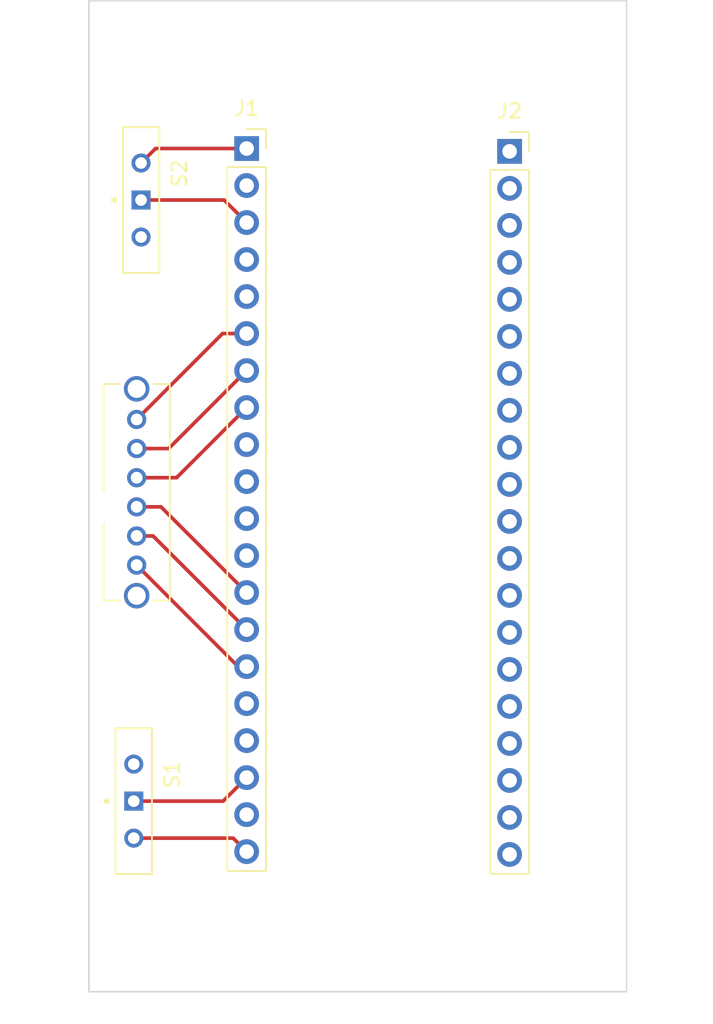
<source format=kicad_pcb>
(kicad_pcb (version 20211014) (generator pcbnew)
  (layers (0 "F.Cu" signal) (31 "B.Cu" signal) (34 "B.Paste" user) (35 "F.Paste" user) (36 "B.SilkS" user "B.Silkscreen") (37 "F.SilkS" user "F.Silkscreen") (38 "B.Mask" user) (39 "F.Mask" user) (44 "Edge.Cuts" user))
  (net 0 "")
  (net 31 "Net-(J1-Pad3)")
  (net 32 "Net-(J1-Pad6)")
  (net 33 "Net-(J1-Pad7)")
  (net 34 "Net-(J1-Pad14)")
  (net 35 "Net-(J1-Pad15)")
  (net 36 "Net-(J1-Pad18)")
  (net 37 "Net-(J1-Pad20)")
  (net 38 "Net-(J1-Pad8)")
  (net 39 "Net-(J1-Pad13)")
  (net 40 "Net-(J1-Pad1)")
  (footprint "Connector_PinSocket_2.54mm:PinSocket_1x20_P2.54mm_Vertical" (layer "F.Cu") (at 131 53.4)
    (fp_text reference "J2" (at 0 -2.77) (layer "F.SilkS"))
    (fp_text value "Conn_01x20_Female")
    (fp_line (start 1.33 1.27) (end 1.33 49.59) (layer "F.SilkS") (width 0.12))
    (fp_line (start -1.33 49.59) (end 1.33 49.59) (layer "F.SilkS") (width 0.12))
    (fp_line (start -1.33 1.27) (end 1.33 1.27) (layer "F.SilkS") (width 0.12))
    (fp_line (start 1.33 -1.33) (end 1.33 0) (layer "F.SilkS") (width 0.12))
    (fp_line (start -1.33 1.27) (end -1.33 49.59) (layer "F.SilkS") (width 0.12))
    (fp_line (start 0 -1.33) (end 1.33 -1.33) (layer "F.SilkS") (width 0.12))
    (pad "1" thru_hole rect locked (at 0 0) (size 1.7 1.7) (drill 1) (layers *.Cu *.Mask))
    (pad "2" thru_hole oval locked (at 0 2.54) (size 1.7 1.7) (drill 1) (layers *.Cu *.Mask))
    (pad "3" thru_hole oval locked (at 0 5.08) (size 1.7 1.7) (drill 1) (layers *.Cu *.Mask))
    (pad "4" thru_hole oval locked (at 0 7.62) (size 1.7 1.7) (drill 1) (layers *.Cu *.Mask))
    (pad "5" thru_hole oval locked (at 0 10.16) (size 1.7 1.7) (drill 1) (layers *.Cu *.Mask))
    (pad "6" thru_hole oval locked (at 0 12.7) (size 1.7 1.7) (drill 1) (layers *.Cu *.Mask))
    (pad "7" thru_hole oval locked (at 0 15.24) (size 1.7 1.7) (drill 1) (layers *.Cu *.Mask))
    (pad "8" thru_hole oval locked (at 0 17.78) (size 1.7 1.7) (drill 1) (layers *.Cu *.Mask))
    (pad "9" thru_hole oval locked (at 0 20.32) (size 1.7 1.7) (drill 1) (layers *.Cu *.Mask))
    (pad "10" thru_hole oval locked (at 0 22.86) (size 1.7 1.7) (drill 1) (layers *.Cu *.Mask))
    (pad "11" thru_hole oval locked (at 0 25.4) (size 1.7 1.7) (drill 1) (layers *.Cu *.Mask))
    (pad "12" thru_hole oval locked (at 0 27.94) (size 1.7 1.7) (drill 1) (layers *.Cu *.Mask))
    (pad "13" thru_hole oval locked (at 0 30.48) (size 1.7 1.7) (drill 1) (layers *.Cu *.Mask))
    (pad "14" thru_hole oval locked (at 0 33.02) (size 1.7 1.7) (drill 1) (layers *.Cu *.Mask))
    (pad "15" thru_hole oval locked (at 0 35.56) (size 1.7 1.7) (drill 1) (layers *.Cu *.Mask))
    (pad "16" thru_hole oval locked (at 0 38.1) (size 1.7 1.7) (drill 1) (layers *.Cu *.Mask))
    (pad "17" thru_hole oval locked (at 0 40.64) (size 1.7 1.7) (drill 1) (layers *.Cu *.Mask))
    (pad "18" thru_hole oval locked (at 0 43.18) (size 1.7 1.7) (drill 1) (layers *.Cu *.Mask))
    (pad "19" thru_hole oval locked (at 0 45.72) (size 1.7 1.7) (drill 1) (layers *.Cu *.Mask))
    (pad "20" thru_hole oval locked (at 0 48.26) (size 1.7 1.7) (drill 1) (layers *.Cu *.Mask))
  )
  (footprint "MSS-102545-14A-D:SW_MSS-102545-14A-D" (layer "F.Cu") (at 105.2 98 -90)
    (fp_text reference "S1" (at -1.825 -2.635 90) (layer "F.SilkS"))
    (fp_text value "MSS-102545-14A-D")
    (fp_line (start 5 -1.25) (end -5 -1.25) (layer "F.SilkS") (width 0.127))
    (fp_line (start -5 1.25) (end 5 1.25) (layer "F.SilkS") (width 0.127))
    (fp_line (start 5 1.25) (end 5 -1.25) (layer "F.SilkS") (width 0.127))
    (fp_line (start -5 -1.25) (end -5 1.25) (layer "F.SilkS") (width 0.127))
    (fp_circle (center 0 1.85) (end 0.1 1.85) (layer "F.SilkS") (width 0.2) (fill none))
    (pad "1" thru_hole rect locked (at 0 0 270) (size 1.308 1.308) (drill 0.8) (layers *.Cu *.Mask) (net 36 "Net-(J1-Pad18)"))
    (pad "2" thru_hole circle locked (at -2.54 0 270) (size 1.308 1.308) (drill 0.8) (layers *.Cu *.Mask))
    (pad "3" thru_hole circle locked (at 2.54 0 270) (size 1.308 1.308) (drill 0.8) (layers *.Cu *.Mask) (net 37 "Net-(J1-Pad20)"))
  )
  (footprint "SK-14D01-G6:SK-14D01-G 6" (layer "F.Cu") (at 105.4 71.8 -90)
    (fp_text reference "SW3" hide)
    (fp_text value "SK-14D01-G_6" hide)
    (fp_line (start 12.4295 2.2733) (end 7.1336 2.2733) (layer "F.SilkS") (width 0.12))
    (fp_line (start -2.4295 -1.163274) (end -2.4295 -2.2733) (layer "F.SilkS") (width 0.12))
    (fp_line (start 4.873 2.2733) (end -2.4295 2.2733) (layer "F.SilkS") (width 0.12))
    (fp_line (start 12.4295 -2.2733) (end 12.4295 -1.163274) (layer "F.SilkS") (width 0.12))
    (fp_line (start -2.4295 -2.2733) (end 12.4295 -2.2733) (layer "F.SilkS") (width 0.12))
    (fp_line (start -2.4295 2.2733) (end -2.4295 1.163274) (layer "F.SilkS") (width 0.12))
    (fp_line (start 12.4295 1.163274) (end 12.4295 2.2733) (layer "F.SilkS") (width 0.12))
    (pad "1" thru_hole circle (at 0 0 270) (size 1.3208 1.3208) (drill 0.8128) (layers *.Cu *.Mask) (net 32 "Net-(J1-Pad6)"))
    (pad "2" thru_hole circle (at 2.000001 0 270) (size 1.3208 1.3208) (drill 0.8128) (layers *.Cu *.Mask) (net 33 "Net-(J1-Pad7)"))
    (pad "3" thru_hole circle (at 4 0 270) (size 1.3208 1.3208) (drill 0.8128) (layers *.Cu *.Mask) (net 38 "Net-(J1-Pad8)"))
    (pad "4" thru_hole circle (at 6.000001 0 270) (size 1.3208 1.3208) (drill 0.8128) (layers *.Cu *.Mask) (net 39 "Net-(J1-Pad13)"))
    (pad "5" thru_hole circle (at 7.999999 0 270) (size 1.3208 1.3208) (drill 0.8128) (layers *.Cu *.Mask) (net 34 "Net-(J1-Pad14)"))
    (pad "6" thru_hole circle (at 10 0 270) (size 1.3208 1.3208) (drill 0.8128) (layers *.Cu *.Mask) (net 35 "Net-(J1-Pad15)"))
    (pad "7" thru_hole circle (at -2.1 0 270) (size 1.7526 1.7526) (drill 1.2446) (layers *.Cu *.Mask))
    (pad "8" thru_hole circle (at 12.1 0 270) (size 1.7526 1.7526) (drill 1.2446) (layers *.Cu *.Mask))
  )
  (footprint "MountingHole:MountingHole_3.2mm_M3" (layer "F.Cu") (at 105.5 46.6)
    (fp_text reference "REF**" hide)
    (fp_text value "MountingHole_3.2mm_M3")
    (pad "" np_thru_hole circle (at 0 0) (size 3.2 3.2) (drill 3.2) (layers *.Cu *.Mask))
  )
  (footprint "Connector_PinSocket_2.54mm:PinSocket_1x20_P2.54mm_Vertical" (layer "F.Cu") (at 112.95 53.205)
    (fp_text reference "J1" (at 0 -2.77) (layer "F.SilkS"))
    (fp_text value "Conn_01x20_Female")
    (fp_line (start -1.33 49.59) (end 1.33 49.59) (layer "F.SilkS") (width 0.12))
    (fp_line (start -1.33 1.27) (end 1.33 1.27) (layer "F.SilkS") (width 0.12))
    (fp_line (start 1.33 -1.33) (end 1.33 0) (layer "F.SilkS") (width 0.12))
    (fp_line (start 0 -1.33) (end 1.33 -1.33) (layer "F.SilkS") (width 0.12))
    (fp_line (start -1.33 1.27) (end -1.33 49.59) (layer "F.SilkS") (width 0.12))
    (fp_line (start 1.33 1.27) (end 1.33 49.59) (layer "F.SilkS") (width 0.12))
    (pad "1" thru_hole rect locked (at 0 0) (size 1.7 1.7) (drill 1) (layers *.Cu *.Mask) (net 40 "Net-(J1-Pad1)"))
    (pad "2" thru_hole oval locked (at 0 2.54) (size 1.7 1.7) (drill 1) (layers *.Cu *.Mask))
    (pad "3" thru_hole oval locked (at 0 5.08) (size 1.7 1.7) (drill 1) (layers *.Cu *.Mask) (net 31 "Net-(J1-Pad3)"))
    (pad "4" thru_hole oval locked (at 0 7.62) (size 1.7 1.7) (drill 1) (layers *.Cu *.Mask))
    (pad "5" thru_hole oval locked (at 0 10.16) (size 1.7 1.7) (drill 1) (layers *.Cu *.Mask))
    (pad "6" thru_hole oval locked (at 0 12.7) (size 1.7 1.7) (drill 1) (layers *.Cu *.Mask) (net 32 "Net-(J1-Pad6)"))
    (pad "7" thru_hole oval locked (at 0 15.24) (size 1.7 1.7) (drill 1) (layers *.Cu *.Mask) (net 33 "Net-(J1-Pad7)"))
    (pad "8" thru_hole oval locked (at 0 17.78) (size 1.7 1.7) (drill 1) (layers *.Cu *.Mask) (net 38 "Net-(J1-Pad8)"))
    (pad "9" thru_hole oval locked (at 0 20.32) (size 1.7 1.7) (drill 1) (layers *.Cu *.Mask))
    (pad "10" thru_hole oval locked (at 0 22.86) (size 1.7 1.7) (drill 1) (layers *.Cu *.Mask))
    (pad "11" thru_hole oval locked (at 0 25.4) (size 1.7 1.7) (drill 1) (layers *.Cu *.Mask))
    (pad "12" thru_hole oval locked (at 0 27.94) (size 1.7 1.7) (drill 1) (layers *.Cu *.Mask))
    (pad "13" thru_hole oval locked (at 0 30.48) (size 1.7 1.7) (drill 1) (layers *.Cu *.Mask) (net 39 "Net-(J1-Pad13)"))
    (pad "14" thru_hole oval locked (at 0 33.02) (size 1.7 1.7) (drill 1) (layers *.Cu *.Mask) (net 34 "Net-(J1-Pad14)"))
    (pad "15" thru_hole oval locked (at 0 35.56) (size 1.7 1.7) (drill 1) (layers *.Cu *.Mask) (net 35 "Net-(J1-Pad15)"))
    (pad "16" thru_hole oval locked (at 0 38.1) (size 1.7 1.7) (drill 1) (layers *.Cu *.Mask))
    (pad "17" thru_hole oval locked (at 0 40.64) (size 1.7 1.7) (drill 1) (layers *.Cu *.Mask))
    (pad "18" thru_hole oval locked (at 0 43.18) (size 1.7 1.7) (drill 1) (layers *.Cu *.Mask) (net 36 "Net-(J1-Pad18)"))
    (pad "19" thru_hole oval locked (at 0 45.72) (size 1.7 1.7) (drill 1) (layers *.Cu *.Mask))
    (pad "20" thru_hole oval locked (at 0 48.26) (size 1.7 1.7) (drill 1) (layers *.Cu *.Mask) (net 37 "Net-(J1-Pad20)"))
  )
  (footprint "MSS-102545-14A-D:SW_MSS-102545-14A-D" (layer "F.Cu") (at 105.7 56.74 -90)
    (fp_text reference "S2" (at -1.825 -2.635 90) (layer "F.SilkS"))
    (fp_text value "MSS-102545-14A-D")
    (fp_line (start 5 1.25) (end 5 -1.25) (layer "F.SilkS") (width 0.127))
    (fp_line (start -5 1.25) (end 5 1.25) (layer "F.SilkS") (width 0.127))
    (fp_line (start 5 -1.25) (end -5 -1.25) (layer "F.SilkS") (width 0.127))
    (fp_line (start -5 -1.25) (end -5 1.25) (layer "F.SilkS") (width 0.127))
    (fp_circle (center 0 1.85) (end 0.1 1.85) (layer "F.SilkS") (width 0.2) (fill none))
    (pad "1" thru_hole rect locked (at 0 0 270) (size 1.308 1.308) (drill 0.8) (layers *.Cu *.Mask) (net 31 "Net-(J1-Pad3)"))
    (pad "2" thru_hole circle locked (at -2.54 0 270) (size 1.308 1.308) (drill 0.8) (layers *.Cu *.Mask) (net 40 "Net-(J1-Pad1)"))
    (pad "3" thru_hole circle locked (at 2.54 0 270) (size 1.308 1.308) (drill 0.8) (layers *.Cu *.Mask))
  )
  (footprint "MountingHole:MountingHole_3.2mm_M3" (layer "F.Cu") (at 135.4 46.7)
    (fp_text reference "REF**" hide)
    (fp_text value "MountingHole_3.2mm_M3")
    (pad "" np_thru_hole circle (at 0 0) (size 3.2 3.2) (drill 3.2) (layers *.Cu *.Mask))
  )
  (footprint "MountingHole:MountingHole_3.2mm_M3" (layer "F.Cu") (at 135.5 107.3)
    (fp_text reference "REF**" hide)
    (fp_text value "MountingHole_3.2mm_M3")
    (pad "" np_thru_hole circle (at 0 0) (size 3.2 3.2) (drill 3.2) (layers *.Cu *.Mask))
  )
  (footprint "MountingHole:MountingHole_3.2mm_M3" (layer "F.Cu") (at 105.8 107.4)
    (fp_text reference "REF**" hide)
    (fp_text value "MountingHole_3.2mm_M3")
    (pad "" np_thru_hole circle (at 0 0) (size 3.2 3.2) (drill 3.2) (layers *.Cu *.Mask))
  )
  (gr_rect (start 102.12 43.06) (end 139.03 111.08) (layer "Edge.Cuts") (width 0.1) (fill none))
  (segment (start 105.7 56.74) (end 111.405 56.74) (width 0.25) (layer "F.Cu") (net 31))
  (segment (start 111.405 56.74) (end 112.95 58.285) (width 0.25) (layer "F.Cu") (net 31))
  (segment (start 111.295 65.905) (end 112.95 65.905) (width 0.25) (layer "F.Cu") (net 32))
  (segment (start 105.4 71.8) (end 111.295 65.905) (width 0.25) (layer "F.Cu") (net 32))
  (segment (start 107.594999 73.800001) (end 112.95 68.445) (width 0.25) (layer "F.Cu") (net 33))
  (segment (start 105.4 73.800001) (end 107.594999 73.800001) (width 0.25) (layer "F.Cu") (net 33))
  (segment (start 105.4 79.799999) (end 106.524999 79.799999) (width 0.25) (layer "F.Cu") (net 34))
  (segment (start 106.524999 79.799999) (end 112.95 86.225) (width 0.25) (layer "F.Cu") (net 34))
  (segment (start 112.365 88.765) (end 112.95 88.765) (width 0.25) (layer "F.Cu") (net 35))
  (segment (start 105.4 81.8) (end 112.365 88.765) (width 0.25) (layer "F.Cu") (net 35))
  (segment (start 111.335 98) (end 112.95 96.385) (width 0.25) (layer "F.Cu") (net 36))
  (segment (start 105.2 98) (end 111.335 98) (width 0.25) (layer "F.Cu") (net 36))
  (segment (start 105.2 100.54) (end 112.025 100.54) (width 0.25) (layer "F.Cu") (net 37))
  (segment (start 112.025 100.54) (end 112.95 101.465) (width 0.25) (layer "F.Cu") (net 37))
  (segment (start 105.4 75.8) (end 108.135 75.8) (width 0.25) (layer "F.Cu") (net 38))
  (segment (start 108.135 75.8) (end 112.95 70.985) (width 0.25) (layer "F.Cu") (net 38))
  (segment (start 107.065001 77.800001) (end 112.95 83.685) (width 0.25) (layer "F.Cu") (net 39))
  (segment (start 105.4 77.800001) (end 107.065001 77.800001) (width 0.25) (layer "F.Cu") (net 39))
  (segment (start 106.695 53.205) (end 105.7 54.2) (width 0.25) (layer "F.Cu") (net 40))
  (segment (start 112.95 53.205) (end 106.695 53.205) (width 0.25) (layer "F.Cu") (net 40))
)
</source>
